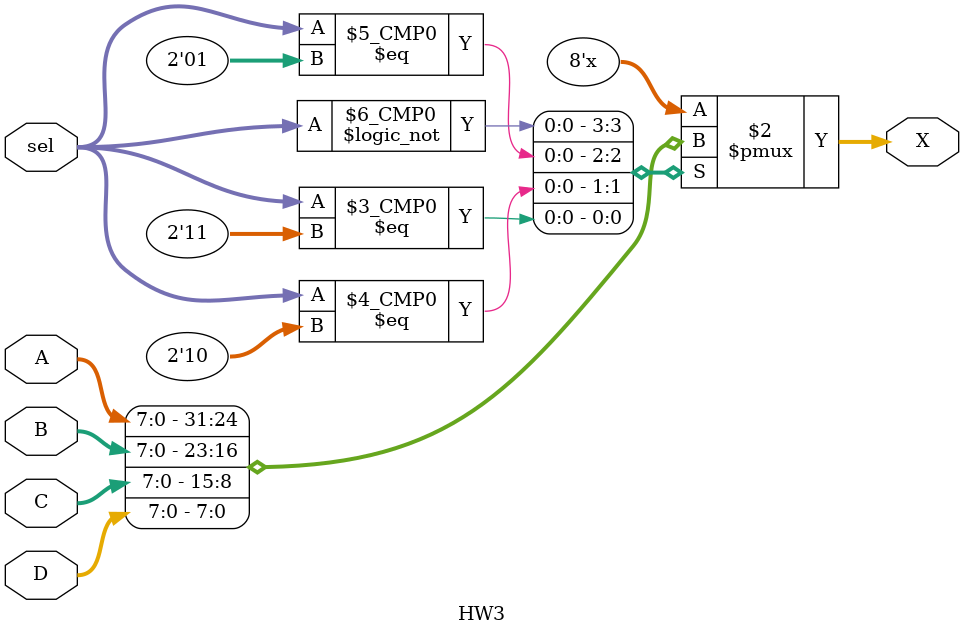
<source format=v>
`timescale 1ns / 1ps
module HW3(A, B, C, D, sel, X);

input [7:0] A, B,C, D;
input [1:0] sel;   //two bits for select, inputs and outputs need to  be 8

output reg [7:0] X;

always @(A,B,C,D,sel) begin case (sel)

	2'b00: X = A;
	2'b01: X = B;  // stating whatever number "select" is at is what output x shows
	2'b10: X = C;
	2'b11: X =D;
	
	default X = 8'd0; //making everything be 0 by default


	endcase

end
endmodule

</source>
